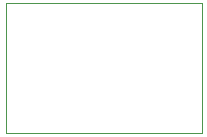
<source format=gbr>
%TF.GenerationSoftware,KiCad,Pcbnew,(7.0.0)*%
%TF.CreationDate,2023-03-16T15:59:12+01:00*%
%TF.ProjectId,PCH-1000JIG_0805,5043482d-3130-4303-904a-49475f303830,rev?*%
%TF.SameCoordinates,Original*%
%TF.FileFunction,Profile,NP*%
%FSLAX46Y46*%
G04 Gerber Fmt 4.6, Leading zero omitted, Abs format (unit mm)*
G04 Created by KiCad (PCBNEW (7.0.0)) date 2023-03-16 15:59:12*
%MOMM*%
%LPD*%
G01*
G04 APERTURE LIST*
%TA.AperFunction,Profile*%
%ADD10C,0.100000*%
%TD*%
G04 APERTURE END LIST*
D10*
X39400000Y-33500000D02*
X56000000Y-33500000D01*
X56000000Y-33500000D02*
X56000000Y-44500000D01*
X56000000Y-44500000D02*
X39400000Y-44500000D01*
X39400000Y-44500000D02*
X39400000Y-33500000D01*
M02*

</source>
